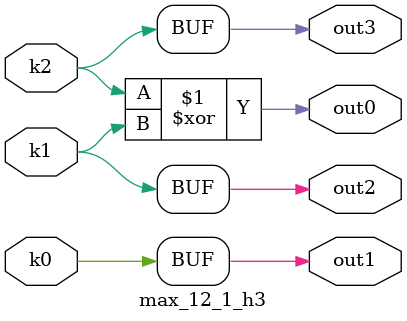
<source format=v>
module max_12_1(pi0, pi1, pi2, pi3, pi4, pi5, pi6, po0, po1, po2, po3);
input pi0, pi1, pi2, pi3, pi4, pi5, pi6;
output po0, po1, po2, po3;
wire k0, k1, k2;
max_12_1_w3 DUT1 (pi0, pi1, pi2, pi3, pi4, pi5, pi6, k0, k1, k2);
max_12_1_h3 DUT2 (k0, k1, k2, po0, po1, po2, po3);
endmodule

module max_12_1_w3(in6, in5, in4, in3, in2, in1, in0, k2, k1, k0);
input in6, in5, in4, in3, in2, in1, in0;
output k2, k1, k0;
assign k0 =   in2 ? ~in6 : ~in4;
assign k1 =   (((in6 & (~in4 | (~in1 & ~in0))) | (~in4 & ~in1 & ~in0)) & (in5 | ~in3)) | (in5 & ~in3);
assign k2 =   in2;
endmodule

module max_12_1_h3(k2, k1, k0, out3, out2, out1, out0);
input k2, k1, k0;
output out3, out2, out1, out0;
assign out0 = k2 ^ k1;
assign out1 = k0;
assign out2 = k1;
assign out3 = k2;
endmodule

</source>
